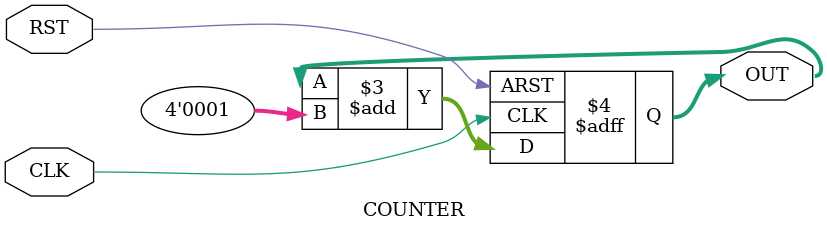
<source format=v>
`timescale 1ns / 1ps


module COUNTER(CLK,RST,OUT);
input CLK,RST;
output reg [3:0]OUT;
always@(posedge CLK or negedge RST)
begin
if (RST==0)
OUT=4'b0000;
else
OUT<=OUT+4'b0001;
end
endmodule

</source>
